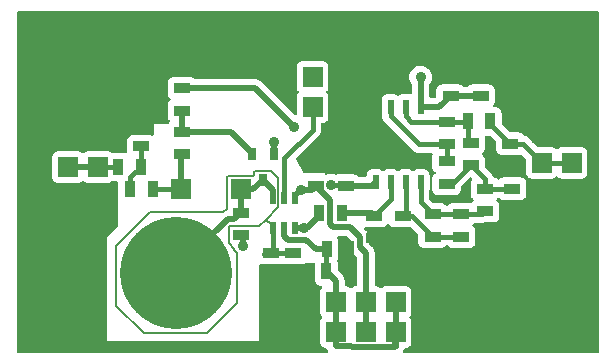
<source format=gbr>
%TF.GenerationSoftware,KiCad,Pcbnew,6.0.11+dfsg-1~bpo11+1*%
%TF.CreationDate,2023-05-28T09:09:13+00:00*%
%TF.ProjectId,PCRD01,50435244-3031-42e6-9b69-6361645f7063,01A*%
%TF.SameCoordinates,Original*%
%TF.FileFunction,Copper,L2,Bot*%
%TF.FilePolarity,Positive*%
%FSLAX46Y46*%
G04 Gerber Fmt 4.6, Leading zero omitted, Abs format (unit mm)*
G04 Created by KiCad (PCBNEW 6.0.11+dfsg-1~bpo11+1) date 2023-05-28 09:09:13*
%MOMM*%
%LPD*%
G01*
G04 APERTURE LIST*
%TA.AperFunction,ComponentPad*%
%ADD10R,1.651000X1.651000*%
%TD*%
%TA.AperFunction,ComponentPad*%
%ADD11C,6.000000*%
%TD*%
%TA.AperFunction,SMDPad,CuDef*%
%ADD12C,9.480265*%
%TD*%
%TA.AperFunction,SMDPad,CuDef*%
%ADD13R,1.397000X0.889000*%
%TD*%
%TA.AperFunction,SMDPad,CuDef*%
%ADD14R,0.889000X1.397000*%
%TD*%
%TA.AperFunction,SMDPad,CuDef*%
%ADD15R,0.508000X1.143000*%
%TD*%
%TA.AperFunction,SMDPad,CuDef*%
%ADD16R,0.500000X1.000760*%
%TD*%
%TA.AperFunction,SMDPad,CuDef*%
%ADD17R,0.501040X1.000760*%
%TD*%
%TA.AperFunction,SMDPad,CuDef*%
%ADD18R,0.800100X1.000760*%
%TD*%
%TA.AperFunction,ViaPad*%
%ADD19C,0.889000*%
%TD*%
%TA.AperFunction,Conductor*%
%ADD20C,0.500000*%
%TD*%
%TA.AperFunction,Conductor*%
%ADD21C,0.400000*%
%TD*%
%TA.AperFunction,Conductor*%
%ADD22C,0.200000*%
%TD*%
%TA.AperFunction,Conductor*%
%ADD23C,0.130000*%
%TD*%
G04 APERTURE END LIST*
D10*
%TO.P,J1,1,1*%
%TO.N,GND*%
X140458000Y-90709000D03*
%TO.P,J1,2,1*%
%TO.N,/+Ubias*%
X140458000Y-88169000D03*
%TO.P,J1,3,3*%
%TO.N,GND*%
X140458000Y-85629000D03*
%TO.P,J1,4*%
X137918000Y-85629000D03*
%TO.P,J1,5*%
%TO.N,/+Ubias*%
X137918000Y-88169000D03*
%TO.P,J1,6*%
%TO.N,GND*%
X137918000Y-90709000D03*
%TD*%
%TO.P,J2,1*%
%TO.N,GND*%
X158034800Y-102139000D03*
%TO.P,J2,2*%
%TO.N,V-*%
X160574800Y-102139000D03*
%TO.P,J2,3*%
%TO.N,V+*%
X163114800Y-102139000D03*
%TO.P,J2,4*%
%TO.N,V-*%
X165654800Y-102139000D03*
%TO.P,J2,5*%
%TO.N,GND*%
X168194800Y-102139000D03*
%TO.P,J2,6*%
X168194800Y-99599000D03*
%TO.P,J2,7*%
%TO.N,V-*%
X165654800Y-99599000D03*
%TO.P,J2,8*%
%TO.N,V+*%
X163114800Y-99599000D03*
%TO.P,J2,9*%
%TO.N,V-*%
X160574800Y-99599000D03*
%TO.P,J2,10*%
%TO.N,GND*%
X158034800Y-99599000D03*
%TD*%
%TO.P,J5,1,1*%
%TO.N,GND*%
X180564600Y-90353400D03*
%TO.P,J5,2,1*%
%TO.N,Net-(C14-Pad2)*%
X180564600Y-87813400D03*
%TO.P,J5,3,3*%
%TO.N,GND*%
X180564600Y-85273400D03*
%TO.P,J5,4*%
X178024600Y-85273400D03*
%TO.P,J5,5*%
%TO.N,Net-(C14-Pad2)*%
X178024600Y-87813400D03*
%TO.P,J5,6*%
%TO.N,GND*%
X178024600Y-90353400D03*
%TD*%
D11*
%TO.P,P4,1,P1*%
%TO.N,GND*%
X137918000Y-99599000D03*
%TD*%
D12*
%TO.P,C4,2*%
%TO.N,/A*%
X147087400Y-97147900D03*
%TD*%
D10*
%TO.P,J3,1,P1*%
%TO.N,/K*%
X147443000Y-90074000D03*
%TO.P,J3,2,PM*%
%TO.N,/A*%
X152523000Y-90074000D03*
%TD*%
D11*
%TO.P,P3,1,P1*%
%TO.N,GND*%
X137918000Y-79279000D03*
%TD*%
%TO.P,P1,1,P1*%
%TO.N,GND*%
X178558000Y-99599000D03*
%TD*%
%TO.P,P2,1,P1*%
%TO.N,GND*%
X178558000Y-79279000D03*
%TD*%
D10*
%TO.P,J4,1,P1*%
%TO.N,/#SHDN*%
X158619000Y-83089000D03*
%TO.P,J4,2,PM*%
%TO.N,V+*%
X158619000Y-80549000D03*
%TD*%
D13*
%TO.P,C1,1*%
%TO.N,Net-(C1-Pad1)*%
X147570000Y-85184500D03*
%TO.P,C1,2*%
%TO.N,/K*%
X147570000Y-87089500D03*
%TD*%
%TO.P,C2,1*%
%TO.N,Net-(C2-Pad1)*%
X156968000Y-95471500D03*
%TO.P,C2,2*%
%TO.N,GND*%
X156968000Y-97376500D03*
%TD*%
%TO.P,C3,1*%
%TO.N,V+*%
X158873000Y-89756500D03*
%TO.P,C3,2*%
%TO.N,GND*%
X158873000Y-87851500D03*
%TD*%
%TO.P,C5,1*%
%TO.N,V+*%
X172843000Y-82136500D03*
%TO.P,C5,2*%
%TO.N,GND*%
X172843000Y-80231500D03*
%TD*%
%TO.P,C6,1*%
%TO.N,V+*%
X170303000Y-82136500D03*
%TO.P,C6,2*%
%TO.N,GND*%
X170303000Y-80231500D03*
%TD*%
D14*
%TO.P,C10,1*%
%TO.N,V-*%
X159800100Y-97008200D03*
%TO.P,C10,2*%
%TO.N,GND*%
X161705100Y-97008200D03*
%TD*%
D13*
%TO.P,C12,1*%
%TO.N,GND*%
X175510000Y-91915500D03*
%TO.P,C12,2*%
%TO.N,Net-(C12-Pad2)*%
X175510000Y-90010500D03*
%TD*%
D14*
%TO.P,C14,1*%
%TO.N,Net-(C13-Pad2)*%
X171763500Y-84308200D03*
%TO.P,C14,2*%
%TO.N,Net-(C14-Pad2)*%
X173668500Y-84308200D03*
%TD*%
D13*
%TO.P,R1,1*%
%TO.N,Net-(C1-Pad1)*%
X147570000Y-83406500D03*
%TO.P,R1,2*%
%TO.N,V-*%
X147570000Y-81501500D03*
%TD*%
D14*
%TO.P,R2,1*%
%TO.N,Net-(C15-Pad1)*%
X144064800Y-88169000D03*
%TO.P,R2,2*%
%TO.N,/+Ubias*%
X142159800Y-88169000D03*
%TD*%
D13*
%TO.P,R5,1*%
%TO.N,GND*%
X163826000Y-94201500D03*
%TO.P,R5,2*%
%TO.N,Net-(C8-Pad1)*%
X163826000Y-92296500D03*
%TD*%
%TO.P,R6,1*%
%TO.N,Net-(C11-Pad1)*%
X171192000Y-94074500D03*
%TO.P,R6,2*%
%TO.N,Net-(C11-Pad2)*%
X171192000Y-92169500D03*
%TD*%
%TO.P,R7,1*%
%TO.N,GND*%
X166239000Y-94201500D03*
%TO.P,R7,2*%
%TO.N,Net-(C11-Pad1)*%
X166239000Y-92296500D03*
%TD*%
%TO.P,R8,1*%
%TO.N,Net-(C11-Pad2)*%
X173224000Y-91915500D03*
%TO.P,R8,2*%
%TO.N,Net-(C12-Pad2)*%
X173224000Y-90010500D03*
%TD*%
%TO.P,R9,1*%
%TO.N,Net-(C12-Pad2)*%
X169972800Y-89604100D03*
%TO.P,R9,2*%
%TO.N,Net-(C13-Pad1)*%
X169972800Y-87699100D03*
%TD*%
%TO.P,R11,1*%
%TO.N,Net-(C14-Pad2)*%
X175357600Y-86200500D03*
%TO.P,R11,2*%
%TO.N,GND*%
X175357600Y-88105500D03*
%TD*%
%TO.P,C11,1*%
%TO.N,Net-(C11-Pad1)*%
X168779000Y-94074500D03*
%TO.P,C11,2*%
%TO.N,Net-(C11-Pad2)*%
X168779000Y-92169500D03*
%TD*%
%TO.P,C9,1*%
%TO.N,V-*%
X161413000Y-89756500D03*
%TO.P,C9,2*%
%TO.N,GND*%
X161413000Y-87851500D03*
%TD*%
D14*
%TO.P,C8,1*%
%TO.N,Net-(C8-Pad1)*%
X161095500Y-92106000D03*
%TO.P,C8,2*%
%TO.N,Net-(C4-Pad1)*%
X159190500Y-92106000D03*
%TD*%
D13*
%TO.P,C13,1*%
%TO.N,Net-(C13-Pad1)*%
X169972800Y-86251300D03*
%TO.P,C13,2*%
%TO.N,Net-(C13-Pad2)*%
X169972800Y-84346300D03*
%TD*%
%TO.P,R10,1*%
%TO.N,Net-(C12-Pad2)*%
X172004800Y-88003900D03*
%TO.P,R10,2*%
%TO.N,Net-(C13-Pad2)*%
X172004800Y-86098900D03*
%TD*%
D14*
%TO.P,C7,1*%
%TO.N,V-*%
X159825500Y-95154000D03*
%TO.P,C7,2*%
%TO.N,GND*%
X161730500Y-95154000D03*
%TD*%
D15*
%TO.P,U2,1*%
%TO.N,Net-(C11-Pad2)*%
X167763000Y-89439000D03*
%TO.P,U2,2,-*%
%TO.N,Net-(C11-Pad1)*%
X166493000Y-89439000D03*
%TO.P,U2,3,+*%
%TO.N,Net-(C8-Pad1)*%
X165223000Y-89439000D03*
%TO.P,U2,4,V-*%
%TO.N,V-*%
X163953000Y-89439000D03*
%TO.P,U2,5,+*%
%TO.N,GND*%
X163953000Y-83089000D03*
%TO.P,U2,6,-*%
%TO.N,Net-(C13-Pad1)*%
X165223000Y-83089000D03*
%TO.P,U2,7*%
%TO.N,Net-(C13-Pad2)*%
X166493000Y-83089000D03*
%TO.P,U2,8,V+*%
%TO.N,V+*%
X167763000Y-83089000D03*
%TD*%
D16*
%TO.P,U1,1*%
%TO.N,Net-(C4-Pad1)*%
X157158500Y-93376000D03*
%TO.P,U1,2,V-*%
%TO.N,V-*%
X156206000Y-93376000D03*
%TO.P,U1,3,+*%
%TO.N,Net-(C2-Pad1)*%
X155253500Y-93376000D03*
D17*
%TO.P,U1,4,-*%
%TO.N,/A*%
X155253500Y-90836000D03*
D16*
%TO.P,U1,5,#SHDN*%
%TO.N,/#SHDN*%
X156206000Y-90836000D03*
%TO.P,U1,6,V+*%
%TO.N,V+*%
X157158500Y-90836000D03*
%TD*%
D13*
%TO.P,R3,1*%
%TO.N,GND*%
X155063000Y-97376500D03*
%TO.P,R3,2*%
%TO.N,Net-(C2-Pad1)*%
X155063000Y-95471500D03*
%TD*%
D18*
%TO.P,Q1,1,S*%
%TO.N,Net-(C1-Pad1)*%
X153475500Y-87069180D03*
%TO.P,Q1,2,D*%
%TO.N,V+*%
X155380500Y-87069180D03*
%TO.P,Q1,3,G*%
%TO.N,/A*%
X154428000Y-89268820D03*
%TD*%
D13*
%TO.P,R4,1*%
%TO.N,Net-(C4-Pad1)*%
X152523000Y-93947500D03*
%TO.P,R4,2*%
%TO.N,/A*%
X152523000Y-92042500D03*
%TD*%
D14*
%TO.P,R12,1*%
%TO.N,/K*%
X145093500Y-90074000D03*
%TO.P,R12,2*%
%TO.N,Net-(C15-Pad1)*%
X143188500Y-90074000D03*
%TD*%
D13*
%TO.P,C15,1*%
%TO.N,Net-(C15-Pad1)*%
X144115600Y-86416400D03*
%TO.P,C15,2*%
%TO.N,GND*%
X144115600Y-84511400D03*
%TD*%
D19*
%TO.N,GND*%
X162657600Y-83089000D03*
X154961400Y-77196200D03*
X170684000Y-77780400D03*
X165680200Y-77297800D03*
X162683000Y-85629000D03*
X159914400Y-86391000D03*
X161184400Y-96144600D03*
X135733600Y-83698600D03*
X135733600Y-94773000D03*
X166518400Y-87356200D03*
X171293600Y-95865200D03*
X139200000Y-94600000D03*
X174951200Y-94493600D03*
X165413500Y-96360500D03*
X160955800Y-77399400D03*
X150135400Y-76764400D03*
X142210600Y-81082400D03*
%TO.N,V+*%
X157608447Y-90079311D03*
X155367800Y-86060800D03*
X167763000Y-80549000D03*
%TO.N,Net-(C4-Pad1)*%
X157857000Y-93363300D03*
X152743361Y-94836500D03*
%TO.N,V-*%
X159838200Y-95166700D03*
X160216002Y-89693000D03*
X157028960Y-84750160D03*
%TD*%
D20*
%TO.N,Net-(C1-Pad1)*%
X151691150Y-85184500D02*
X153475500Y-86968850D01*
D21*
X147590320Y-85164180D02*
X147570000Y-85184500D01*
D20*
X153475500Y-86968850D02*
X153475500Y-87069180D01*
X147570000Y-85184500D02*
X147570000Y-83406500D01*
X147570000Y-85184500D02*
X151691150Y-85184500D01*
D21*
%TO.N,Net-(C2-Pad1)*%
X155313190Y-95598500D02*
X154580400Y-95598500D01*
D22*
X149665500Y-102266000D02*
X152214249Y-99717251D01*
X151380000Y-91709169D02*
X151070302Y-92018867D01*
X151524499Y-94632001D02*
X151524499Y-93262999D01*
D21*
X155253500Y-93376000D02*
X155253500Y-95538810D01*
D22*
X144852691Y-92018867D02*
X142018001Y-94853557D01*
X155698000Y-89098388D02*
X155068051Y-88468439D01*
X153648501Y-88607887D02*
X153648501Y-88888499D01*
X151524499Y-93262999D02*
X151584499Y-93202999D01*
X155068051Y-88468439D02*
X153787949Y-88468439D01*
X154679460Y-92616540D02*
X154684540Y-92616540D01*
D23*
X155698000Y-91598000D02*
X155698000Y-89693000D01*
D22*
X151998860Y-95106362D02*
X151524499Y-94632001D01*
X153787949Y-88468439D02*
X153648501Y-88607887D01*
X152214249Y-99717251D02*
X152214249Y-95409250D01*
X142018001Y-99952501D02*
X144331500Y-102266000D01*
X144331500Y-102266000D02*
X149665500Y-102266000D01*
D21*
X154580400Y-95598500D02*
X154529600Y-95547700D01*
D22*
X142018001Y-94853557D02*
X142018001Y-99952501D01*
X154684540Y-92616540D02*
X155164600Y-93096600D01*
D21*
X156968000Y-95471500D02*
X155063000Y-95471500D01*
D22*
X153588501Y-88948499D02*
X151457499Y-88948499D01*
X151584499Y-93202999D02*
X154093001Y-93202999D01*
X151380000Y-89025998D02*
X151380000Y-91709169D01*
X155698000Y-91598000D02*
X154679460Y-92616540D01*
X155253500Y-93185500D02*
X154936000Y-92868000D01*
X154093001Y-93202999D02*
X154679460Y-92616540D01*
X155253500Y-93376000D02*
X155253500Y-93185500D01*
X151070302Y-92018867D02*
X144852691Y-92018867D01*
X151457499Y-88948499D02*
X151380000Y-89025998D01*
X155698000Y-89693000D02*
X155698000Y-89098388D01*
X151998860Y-95193861D02*
X151998860Y-95106362D01*
X153648501Y-88888499D02*
X153588501Y-88948499D01*
X152214249Y-95409250D02*
X151998860Y-95193861D01*
D21*
%TO.N,GND*%
X161730500Y-95154000D02*
X161730500Y-95598500D01*
X163826000Y-94201500D02*
X164080000Y-94201500D01*
X165578600Y-77399400D02*
X165680200Y-77297800D01*
X162657600Y-85654400D02*
X162683000Y-85629000D01*
X170684000Y-77780400D02*
X170684000Y-78072500D01*
D20*
%TO.N,V+*%
X167763000Y-80549000D02*
X167763000Y-83089000D01*
X163114800Y-95474040D02*
X162625001Y-94984241D01*
X172843000Y-82136500D02*
X170303000Y-82136500D01*
X167763000Y-83089000D02*
X169350500Y-83089000D01*
X163114800Y-99599000D02*
X163114800Y-95474040D01*
X160085001Y-93023361D02*
X160085001Y-90968501D01*
D21*
X157158500Y-90836000D02*
X157158500Y-90772500D01*
D20*
X157158500Y-90529258D02*
X157608447Y-90079311D01*
X155380500Y-87069180D02*
X155380500Y-86068800D01*
X157158500Y-90836000D02*
X157158500Y-90529258D01*
X160316141Y-93254501D02*
X160085001Y-93023361D01*
X169350500Y-83089000D02*
X170303000Y-82136500D01*
X158550189Y-90079311D02*
X158873000Y-89756500D01*
X157608447Y-90079311D02*
X158550189Y-90079311D01*
X162625001Y-94095499D02*
X161784003Y-93254501D01*
X155372500Y-86060800D02*
X155367800Y-86060800D01*
X155380500Y-86068800D02*
X155372500Y-86060800D01*
X162625001Y-94984241D02*
X162625001Y-94095499D01*
X163114800Y-102139000D02*
X163114800Y-99599000D01*
X161784003Y-93254501D02*
X160316141Y-93254501D01*
X160085001Y-90968501D02*
X158873000Y-89756500D01*
%TO.N,Net-(C4-Pad1)*%
X159190500Y-92360000D02*
X158187200Y-93363300D01*
X157228383Y-93363300D02*
X157857000Y-93363300D01*
X158187200Y-93363300D02*
X157857000Y-93363300D01*
X152523000Y-94011000D02*
X152523000Y-94007009D01*
X152542487Y-94007009D02*
X152523000Y-94007009D01*
X157158500Y-93376000D02*
X157171200Y-93363300D01*
X152743361Y-94836500D02*
X152743361Y-94207883D01*
X152743361Y-94207883D02*
X152542487Y-94007009D01*
X157171200Y-93363300D02*
X157228383Y-93363300D01*
X159190500Y-92106000D02*
X159190500Y-92360000D01*
%TO.N,V-*%
X156548499Y-94326381D02*
X158053381Y-94326381D01*
X160574800Y-102139000D02*
X160574800Y-103364500D01*
X165604799Y-103414501D02*
X165604799Y-102189001D01*
X161929299Y-103414501D02*
X165604799Y-103414501D01*
X160574800Y-103364500D02*
X160574801Y-103364501D01*
D21*
X165654800Y-103364500D02*
X165654800Y-102139000D01*
X160216002Y-89693000D02*
X161349500Y-89693000D01*
D20*
X165604799Y-103414501D02*
X165654800Y-103364500D01*
D21*
X159800100Y-95179400D02*
X159825500Y-95154000D01*
D20*
X153780300Y-81501500D02*
X157028960Y-84750160D01*
X147570000Y-81501500D02*
X153780300Y-81501500D01*
D21*
X159800100Y-97008200D02*
X159800100Y-95179400D01*
D20*
X161413000Y-89756500D02*
X161044700Y-89756500D01*
X163635500Y-89756500D02*
X163953000Y-89439000D01*
X158053381Y-94326381D02*
X158881000Y-95154000D01*
X160574800Y-99599000D02*
X160574800Y-102139000D01*
X156206000Y-93983882D02*
X156548499Y-94326381D01*
X160574800Y-103364500D02*
X161879298Y-103364500D01*
X165654800Y-102139000D02*
X165654800Y-99599000D01*
X165604799Y-102189001D02*
X165654800Y-102139000D01*
X161413000Y-89756500D02*
X163635500Y-89756500D01*
X159825500Y-95154000D02*
X158881000Y-95154000D01*
X156206000Y-93376000D02*
X156206000Y-93983882D01*
X160574800Y-99599000D02*
X160574800Y-97782900D01*
X161879298Y-103364500D02*
X161929299Y-103414501D01*
X161413000Y-89756500D02*
X161044065Y-89756500D01*
D21*
X161349500Y-89693000D02*
X161413000Y-89756500D01*
D20*
X147633500Y-81565000D02*
X147570000Y-81501500D01*
D21*
X159825500Y-95154000D02*
X159838200Y-95166700D01*
D20*
X160574800Y-97782900D02*
X159800100Y-97008200D01*
D21*
X160574801Y-103364501D02*
X165654800Y-103364500D01*
%TO.N,Net-(C8-Pad1)*%
X163826000Y-92296500D02*
X165223000Y-90899500D01*
D20*
X161095500Y-92106000D02*
X163635500Y-92106000D01*
D21*
X165223000Y-90899500D02*
X165223000Y-89218000D01*
D20*
X163635500Y-92106000D02*
X163826000Y-92296500D01*
D21*
%TO.N,Net-(C11-Pad1)*%
X167001000Y-92296500D02*
X168779000Y-94074500D01*
X166493000Y-89218000D02*
X166493000Y-92042500D01*
X166493000Y-92042500D02*
X166239000Y-92296500D01*
X166239000Y-92296500D02*
X167001000Y-92296500D01*
X168779000Y-94074500D02*
X171192000Y-94074500D01*
%TO.N,Net-(C11-Pad2)*%
X172970000Y-92169500D02*
X173224000Y-91915500D01*
X171192000Y-92169500D02*
X172970000Y-92169500D01*
X167763000Y-91153500D02*
X168779000Y-92169500D01*
X167763000Y-89218000D02*
X167763000Y-91153500D01*
X168779000Y-92169500D02*
X171192000Y-92169500D01*
%TO.N,Net-(C12-Pad2)*%
X175510000Y-90010500D02*
X173224000Y-90010500D01*
X173224000Y-90010500D02*
X173224000Y-89223100D01*
X172970000Y-89756500D02*
X173224000Y-90010500D01*
X173224000Y-89223100D02*
X172004800Y-88003900D01*
X170404600Y-89604100D02*
X172004800Y-88003900D01*
X169972800Y-89604100D02*
X170404600Y-89604100D01*
%TO.N,Net-(C13-Pad1)*%
X169972800Y-87699100D02*
X169972800Y-86251300D01*
X167601300Y-86251300D02*
X165223000Y-83873000D01*
X165223000Y-83873000D02*
X165223000Y-83089000D01*
X169972800Y-86251300D02*
X167601300Y-86251300D01*
%TO.N,Net-(C13-Pad2)*%
X166493000Y-83843000D02*
X166996300Y-84346300D01*
X171763500Y-85857600D02*
X172004800Y-86098900D01*
X169972800Y-84346300D02*
X171725400Y-84346300D01*
X166493000Y-83089000D02*
X166493000Y-83843000D01*
X171725400Y-84346300D02*
X171763500Y-84308200D01*
X171763500Y-84308200D02*
X171763500Y-85857600D01*
X166996300Y-84346300D02*
X169972800Y-84346300D01*
%TO.N,Net-(C14-Pad2)*%
X178024600Y-87813400D02*
X180564600Y-87813400D01*
X173668500Y-84308200D02*
X173668500Y-84511400D01*
X175357600Y-86200500D02*
X176411700Y-86200500D01*
X176411700Y-86200500D02*
X178024600Y-87813400D01*
X173668500Y-84511400D02*
X175357600Y-86200500D01*
%TO.N,/#SHDN*%
X156206000Y-90836000D02*
X156206000Y-87427502D01*
X156206000Y-87427502D02*
X158619000Y-85014502D01*
X158619000Y-84314500D02*
X158619000Y-83089000D01*
X158619000Y-85014502D02*
X158619000Y-84314500D01*
%TO.N,/+Ubias*%
X142159800Y-88169000D02*
X140458000Y-88169000D01*
D20*
X137918000Y-88169000D02*
X140458000Y-88169000D01*
%TO.N,/K*%
X147443000Y-87216500D02*
X147570000Y-87089500D01*
X147443000Y-90074000D02*
X147443000Y-88114510D01*
D21*
X145093500Y-90074000D02*
X147443000Y-90074000D01*
D20*
X147443000Y-88114510D02*
X147443000Y-87216500D01*
%TO.N,/A*%
X155253500Y-90094320D02*
X154428000Y-89268820D01*
X155253500Y-90836000D02*
X155253500Y-90094320D01*
X153622820Y-90074000D02*
X152523000Y-90074000D01*
X151996623Y-92568877D02*
X151440790Y-92568877D01*
X152523000Y-92042500D02*
X152523000Y-90074000D01*
X154428000Y-89268820D02*
X153622820Y-90074000D01*
X151440790Y-92568877D02*
X147265200Y-96744467D01*
X152523000Y-92042500D02*
X151996623Y-92568877D01*
D21*
%TO.N,Net-(C15-Pad1)*%
X143188500Y-89045300D02*
X144064800Y-88169000D01*
X143188500Y-90074000D02*
X143188500Y-89045300D01*
X144115600Y-88118200D02*
X144064800Y-88169000D01*
X144115600Y-86416400D02*
X144115600Y-88118200D01*
%TD*%
%TA.AperFunction,Conductor*%
%TO.N,GND*%
G36*
X182832691Y-74982407D02*
G01*
X182868655Y-75031907D01*
X182873500Y-75062500D01*
X182873500Y-103815500D01*
X182854593Y-103873691D01*
X182805093Y-103909655D01*
X182774500Y-103914500D01*
X166389405Y-103914500D01*
X166331214Y-103895593D01*
X166295250Y-103846093D01*
X166295250Y-103784907D01*
X166303504Y-103767086D01*
X166304534Y-103765784D01*
X166320368Y-103731906D01*
X166376987Y-103610760D01*
X166379422Y-103605550D01*
X166380592Y-103599923D01*
X166380595Y-103599915D01*
X166390595Y-103551839D01*
X166420956Y-103498718D01*
X166476743Y-103473588D01*
X166487520Y-103473000D01*
X166528434Y-103473000D01*
X166548463Y-103470824D01*
X166584442Y-103466916D01*
X166584444Y-103466915D01*
X166590616Y-103466245D01*
X166727005Y-103415115D01*
X166843561Y-103327761D01*
X166930915Y-103211205D01*
X166982045Y-103074816D01*
X166988800Y-103012634D01*
X166988800Y-101265366D01*
X166982045Y-101203184D01*
X166930915Y-101066795D01*
X166843561Y-100950239D01*
X166837917Y-100946009D01*
X166832930Y-100941022D01*
X166834615Y-100939337D01*
X166805645Y-100898199D01*
X166806548Y-100837020D01*
X166834500Y-100798548D01*
X166832930Y-100796978D01*
X166837917Y-100791991D01*
X166843561Y-100787761D01*
X166930915Y-100671205D01*
X166982045Y-100534816D01*
X166988800Y-100472634D01*
X166988800Y-98725366D01*
X166982045Y-98663184D01*
X166930915Y-98526795D01*
X166843561Y-98410239D01*
X166727005Y-98322885D01*
X166590616Y-98271755D01*
X166584444Y-98271085D01*
X166584442Y-98271084D01*
X166548463Y-98267176D01*
X166528434Y-98265000D01*
X164781166Y-98265000D01*
X164761137Y-98267176D01*
X164725158Y-98271084D01*
X164725156Y-98271085D01*
X164718984Y-98271755D01*
X164582595Y-98322885D01*
X164466039Y-98410239D01*
X164461809Y-98415883D01*
X164456822Y-98420870D01*
X164455137Y-98419185D01*
X164413999Y-98448155D01*
X164352820Y-98447252D01*
X164314348Y-98419300D01*
X164312778Y-98420870D01*
X164307791Y-98415883D01*
X164303561Y-98410239D01*
X164187005Y-98322885D01*
X164050616Y-98271755D01*
X164044444Y-98271085D01*
X164044442Y-98271084D01*
X164008463Y-98267176D01*
X163988434Y-98265000D01*
X163972300Y-98265000D01*
X163914109Y-98246093D01*
X163878145Y-98196593D01*
X163873300Y-98166000D01*
X163873300Y-95539061D01*
X163874426Y-95524172D01*
X163877133Y-95506380D01*
X163877133Y-95506376D01*
X163877998Y-95500691D01*
X163873626Y-95446936D01*
X163873300Y-95438911D01*
X163873300Y-95429747D01*
X163871461Y-95413965D01*
X163869955Y-95401050D01*
X163869615Y-95397614D01*
X163864127Y-95330139D01*
X163864126Y-95330135D01*
X163863660Y-95324403D01*
X163861887Y-95318930D01*
X163860760Y-95313291D01*
X163860870Y-95313269D01*
X163860080Y-95309644D01*
X163859971Y-95309670D01*
X163858648Y-95304074D01*
X163857982Y-95298359D01*
X163832915Y-95229300D01*
X163831793Y-95226032D01*
X163810923Y-95161611D01*
X163809151Y-95156141D01*
X163806168Y-95151226D01*
X163803773Y-95145994D01*
X163803874Y-95145948D01*
X163802272Y-95142602D01*
X163802170Y-95142653D01*
X163799598Y-95137517D01*
X163797633Y-95132103D01*
X163757367Y-95070687D01*
X163755523Y-95067765D01*
X163719685Y-95008705D01*
X163719682Y-95008701D01*
X163717395Y-95004932D01*
X163709997Y-94996556D01*
X163710133Y-94996436D01*
X163707654Y-94993278D01*
X163707498Y-94993409D01*
X163703808Y-94988996D01*
X163700656Y-94984188D01*
X163644189Y-94930696D01*
X163642270Y-94928829D01*
X163412497Y-94699056D01*
X163384720Y-94644539D01*
X163383501Y-94629052D01*
X163383501Y-94160526D01*
X163384627Y-94145637D01*
X163387335Y-94127839D01*
X163387335Y-94127835D01*
X163388200Y-94122150D01*
X163383827Y-94068387D01*
X163383501Y-94060361D01*
X163383501Y-94051206D01*
X163383169Y-94048355D01*
X163380157Y-94022518D01*
X163379817Y-94019082D01*
X163374327Y-93951594D01*
X163373861Y-93945863D01*
X163372088Y-93940392D01*
X163370961Y-93934750D01*
X163371070Y-93934728D01*
X163370280Y-93931104D01*
X163370172Y-93931129D01*
X163368849Y-93925532D01*
X163368183Y-93919818D01*
X163359171Y-93894991D01*
X163343115Y-93850755D01*
X163341993Y-93847488D01*
X163321124Y-93783070D01*
X163319352Y-93777600D01*
X163316369Y-93772685D01*
X163313974Y-93767453D01*
X163314075Y-93767407D01*
X163312473Y-93764061D01*
X163312371Y-93764112D01*
X163309799Y-93758977D01*
X163307834Y-93753562D01*
X163267552Y-93692122D01*
X163265711Y-93689204D01*
X163229885Y-93630164D01*
X163229884Y-93630163D01*
X163227596Y-93626392D01*
X163220198Y-93618015D01*
X163220346Y-93617884D01*
X163217865Y-93614729D01*
X163217699Y-93614868D01*
X163214009Y-93610455D01*
X163210857Y-93605647D01*
X163154390Y-93552155D01*
X163152471Y-93550288D01*
X163020687Y-93418504D01*
X162992910Y-93363987D01*
X163002481Y-93303555D01*
X163045746Y-93260290D01*
X163090691Y-93249500D01*
X164572634Y-93249500D01*
X164592663Y-93247324D01*
X164628642Y-93243416D01*
X164628644Y-93243415D01*
X164634816Y-93242745D01*
X164673600Y-93228206D01*
X164764606Y-93194089D01*
X164764607Y-93194089D01*
X164771205Y-93191615D01*
X164887761Y-93104261D01*
X164891991Y-93098617D01*
X164891995Y-93098613D01*
X164953280Y-93016841D01*
X165003308Y-92981616D01*
X165064486Y-92982524D01*
X165111720Y-93016841D01*
X165173005Y-93098613D01*
X165173009Y-93098617D01*
X165177239Y-93104261D01*
X165293795Y-93191615D01*
X165300393Y-93194089D01*
X165300394Y-93194089D01*
X165391400Y-93228206D01*
X165430184Y-93242745D01*
X165436356Y-93243415D01*
X165436358Y-93243416D01*
X165472337Y-93247324D01*
X165492366Y-93249500D01*
X166911022Y-93249500D01*
X166969213Y-93268407D01*
X166981026Y-93278496D01*
X167543004Y-93840474D01*
X167570781Y-93894991D01*
X167572000Y-93910478D01*
X167572000Y-94567134D01*
X167578755Y-94629316D01*
X167629885Y-94765705D01*
X167717239Y-94882261D01*
X167833795Y-94969615D01*
X167970184Y-95020745D01*
X167976356Y-95021415D01*
X167976358Y-95021416D01*
X168012337Y-95025324D01*
X168032366Y-95027500D01*
X169525634Y-95027500D01*
X169545663Y-95025324D01*
X169581642Y-95021416D01*
X169581644Y-95021415D01*
X169587816Y-95020745D01*
X169724205Y-94969615D01*
X169840761Y-94882261D01*
X169844991Y-94876617D01*
X169844994Y-94876614D01*
X169885454Y-94822628D01*
X169935482Y-94787402D01*
X169964675Y-94783000D01*
X170006325Y-94783000D01*
X170064516Y-94801907D01*
X170085546Y-94822628D01*
X170126006Y-94876614D01*
X170126009Y-94876617D01*
X170130239Y-94882261D01*
X170246795Y-94969615D01*
X170383184Y-95020745D01*
X170389356Y-95021415D01*
X170389358Y-95021416D01*
X170425337Y-95025324D01*
X170445366Y-95027500D01*
X171938634Y-95027500D01*
X171958663Y-95025324D01*
X171994642Y-95021416D01*
X171994644Y-95021415D01*
X172000816Y-95020745D01*
X172137205Y-94969615D01*
X172253761Y-94882261D01*
X172341115Y-94765705D01*
X172392245Y-94629316D01*
X172399000Y-94567134D01*
X172399000Y-93581866D01*
X172392245Y-93519684D01*
X172341115Y-93383295D01*
X172253761Y-93266739D01*
X172248117Y-93262509D01*
X172248113Y-93262505D01*
X172166341Y-93201220D01*
X172131116Y-93151192D01*
X172132024Y-93090014D01*
X172166341Y-93042780D01*
X172248113Y-92981495D01*
X172248117Y-92981491D01*
X172253761Y-92977261D01*
X172257991Y-92971617D01*
X172257994Y-92971614D01*
X172298454Y-92917628D01*
X172348482Y-92882402D01*
X172377675Y-92878000D01*
X172942001Y-92878000D01*
X172948734Y-92878229D01*
X173007352Y-92882225D01*
X173035870Y-92877248D01*
X173070990Y-92871119D01*
X173076112Y-92870362D01*
X173085582Y-92869217D01*
X173097471Y-92868500D01*
X173970634Y-92868500D01*
X173990663Y-92866324D01*
X174026642Y-92862416D01*
X174026644Y-92862415D01*
X174032816Y-92861745D01*
X174169205Y-92810615D01*
X174285761Y-92723261D01*
X174373115Y-92606705D01*
X174424245Y-92470316D01*
X174431000Y-92408134D01*
X174431000Y-91422866D01*
X174424245Y-91360684D01*
X174391893Y-91274385D01*
X174375589Y-91230894D01*
X174375589Y-91230893D01*
X174373115Y-91224295D01*
X174285761Y-91107739D01*
X174280117Y-91103509D01*
X174280113Y-91103505D01*
X174198341Y-91042220D01*
X174163116Y-90992192D01*
X174164024Y-90931014D01*
X174198341Y-90883780D01*
X174280113Y-90822495D01*
X174280117Y-90822491D01*
X174285761Y-90818261D01*
X174289991Y-90812617D01*
X174294978Y-90807630D01*
X174296663Y-90809315D01*
X174337801Y-90780345D01*
X174398980Y-90781248D01*
X174437452Y-90809200D01*
X174439022Y-90807630D01*
X174444009Y-90812617D01*
X174448239Y-90818261D01*
X174564795Y-90905615D01*
X174701184Y-90956745D01*
X174707356Y-90957415D01*
X174707358Y-90957416D01*
X174741374Y-90961111D01*
X174763366Y-90963500D01*
X176256634Y-90963500D01*
X176278626Y-90961111D01*
X176312642Y-90957416D01*
X176312644Y-90957415D01*
X176318816Y-90956745D01*
X176455205Y-90905615D01*
X176571761Y-90818261D01*
X176659115Y-90701705D01*
X176674431Y-90660851D01*
X176708065Y-90571131D01*
X176710245Y-90565316D01*
X176711407Y-90554625D01*
X176716711Y-90505793D01*
X176717000Y-90503134D01*
X176717000Y-89517866D01*
X176714414Y-89494065D01*
X176710916Y-89461858D01*
X176710915Y-89461856D01*
X176710245Y-89455684D01*
X176678781Y-89371755D01*
X176661589Y-89325894D01*
X176661589Y-89325893D01*
X176659115Y-89319295D01*
X176571761Y-89202739D01*
X176455205Y-89115385D01*
X176437659Y-89108807D01*
X176324631Y-89066435D01*
X176318816Y-89064255D01*
X176312644Y-89063585D01*
X176312642Y-89063584D01*
X176265756Y-89058491D01*
X176256634Y-89057500D01*
X174763366Y-89057500D01*
X174754244Y-89058491D01*
X174707358Y-89063584D01*
X174707356Y-89063585D01*
X174701184Y-89064255D01*
X174695369Y-89066435D01*
X174582342Y-89108807D01*
X174564795Y-89115385D01*
X174448239Y-89202739D01*
X174444009Y-89208383D01*
X174439022Y-89213370D01*
X174437337Y-89211685D01*
X174396199Y-89240655D01*
X174335020Y-89239752D01*
X174296548Y-89211800D01*
X174294978Y-89213370D01*
X174289991Y-89208383D01*
X174285761Y-89202739D01*
X174169205Y-89115385D01*
X174151659Y-89108807D01*
X174038631Y-89066435D01*
X174032816Y-89064255D01*
X174026644Y-89063585D01*
X174026642Y-89063584D01*
X173979759Y-89058491D01*
X173923950Y-89033409D01*
X173899801Y-88999863D01*
X173893765Y-88986113D01*
X173881277Y-88957664D01*
X173879319Y-88952868D01*
X173858597Y-88898028D01*
X173856487Y-88892444D01*
X173851156Y-88884687D01*
X173842098Y-88868413D01*
X173840868Y-88865611D01*
X173838315Y-88859795D01*
X173798991Y-88808548D01*
X173795943Y-88804353D01*
X173762736Y-88756036D01*
X173759357Y-88751119D01*
X173712261Y-88709158D01*
X173708115Y-88705245D01*
X173240796Y-88237926D01*
X173213019Y-88183409D01*
X173211800Y-88167922D01*
X173211800Y-87511266D01*
X173205045Y-87449084D01*
X173171718Y-87360184D01*
X173156389Y-87319294D01*
X173156389Y-87319293D01*
X173153915Y-87312695D01*
X173066561Y-87196139D01*
X173060917Y-87191909D01*
X173060913Y-87191905D01*
X172979141Y-87130620D01*
X172943916Y-87080592D01*
X172944824Y-87019414D01*
X172979141Y-86972180D01*
X173060913Y-86910895D01*
X173060917Y-86910891D01*
X173066561Y-86906661D01*
X173153915Y-86790105D01*
X173158758Y-86777188D01*
X173202865Y-86659531D01*
X173205045Y-86653716D01*
X173207220Y-86633700D01*
X173211511Y-86594193D01*
X173211800Y-86591534D01*
X173211800Y-85614200D01*
X173230707Y-85556009D01*
X173280207Y-85520045D01*
X173310800Y-85515200D01*
X173629323Y-85515200D01*
X173687514Y-85534107D01*
X173699327Y-85544197D01*
X174121604Y-85966475D01*
X174149381Y-86020991D01*
X174150600Y-86036478D01*
X174150600Y-86693134D01*
X174150889Y-86695793D01*
X174155209Y-86735557D01*
X174157355Y-86755316D01*
X174159535Y-86761131D01*
X174202178Y-86874880D01*
X174208485Y-86891705D01*
X174295839Y-87008261D01*
X174412395Y-87095615D01*
X174418993Y-87098089D01*
X174418994Y-87098089D01*
X174444378Y-87107605D01*
X174548784Y-87146745D01*
X174554956Y-87147415D01*
X174554958Y-87147416D01*
X174582963Y-87150458D01*
X174610966Y-87153500D01*
X176104234Y-87153500D01*
X176132237Y-87150458D01*
X176160242Y-87147416D01*
X176160244Y-87147415D01*
X176166416Y-87146745D01*
X176172981Y-87144284D01*
X176244605Y-87117434D01*
X176305729Y-87114712D01*
X176349360Y-87140130D01*
X176661604Y-87452374D01*
X176689381Y-87506891D01*
X176690600Y-87522378D01*
X176690600Y-88687034D01*
X176690889Y-88689693D01*
X176695357Y-88730820D01*
X176697355Y-88749216D01*
X176699535Y-88755031D01*
X176744043Y-88873755D01*
X176748485Y-88885605D01*
X176835839Y-89002161D01*
X176952395Y-89089515D01*
X177088784Y-89140645D01*
X177094956Y-89141315D01*
X177094958Y-89141316D01*
X177130937Y-89145224D01*
X177150966Y-89147400D01*
X178898234Y-89147400D01*
X178918263Y-89145224D01*
X178954242Y-89141316D01*
X178954244Y-89141315D01*
X178960416Y-89140645D01*
X179096805Y-89089515D01*
X179213361Y-89002161D01*
X179217591Y-88996517D01*
X179222578Y-88991530D01*
X179224263Y-88993215D01*
X179265401Y-88964245D01*
X179326580Y-88965148D01*
X179365052Y-88993100D01*
X179366622Y-88991530D01*
X179371609Y-88996517D01*
X179375839Y-89002161D01*
X179492395Y-89089515D01*
X179628784Y-89140645D01*
X179634956Y-89141315D01*
X179634958Y-89141316D01*
X179670937Y-89145224D01*
X179690966Y-89147400D01*
X181438234Y-89147400D01*
X181458263Y-89145224D01*
X181494242Y-89141316D01*
X181494244Y-89141315D01*
X181500416Y-89140645D01*
X181636805Y-89089515D01*
X181753361Y-89002161D01*
X181840715Y-88885605D01*
X181845158Y-88873755D01*
X181889665Y-88755031D01*
X181891845Y-88749216D01*
X181893844Y-88730820D01*
X181898311Y-88689693D01*
X181898600Y-88687034D01*
X181898600Y-86939766D01*
X181895464Y-86910895D01*
X181892516Y-86883758D01*
X181892515Y-86883756D01*
X181891845Y-86877584D01*
X181875881Y-86835000D01*
X181843189Y-86747794D01*
X181843189Y-86747793D01*
X181840715Y-86741195D01*
X181753361Y-86624639D01*
X181636805Y-86537285D01*
X181500416Y-86486155D01*
X181494244Y-86485485D01*
X181494242Y-86485484D01*
X181458263Y-86481576D01*
X181438234Y-86479400D01*
X179690966Y-86479400D01*
X179670937Y-86481576D01*
X179634958Y-86485484D01*
X179634956Y-86485485D01*
X179628784Y-86486155D01*
X179492395Y-86537285D01*
X179375839Y-86624639D01*
X179371609Y-86630283D01*
X179366622Y-86635270D01*
X179364937Y-86633585D01*
X179323799Y-86662555D01*
X179262620Y-86661652D01*
X179224148Y-86633700D01*
X179222578Y-86635270D01*
X179217591Y-86630283D01*
X179213361Y-86624639D01*
X179096805Y-86537285D01*
X178960416Y-86486155D01*
X178954244Y-86485485D01*
X178954242Y-86485484D01*
X178918263Y-86481576D01*
X178898234Y-86479400D01*
X177733578Y-86479400D01*
X177675387Y-86460493D01*
X177663574Y-86450404D01*
X176932483Y-85719313D01*
X176927884Y-85714389D01*
X176893182Y-85674610D01*
X176889261Y-85670115D01*
X176884383Y-85666687D01*
X176884379Y-85666683D01*
X176836404Y-85632966D01*
X176832242Y-85629875D01*
X176786113Y-85593705D01*
X176786111Y-85593704D01*
X176781418Y-85590024D01*
X176774736Y-85587007D01*
X176772845Y-85586153D01*
X176756658Y-85576920D01*
X176753846Y-85574943D01*
X176753843Y-85574942D01*
X176748961Y-85571510D01*
X176688747Y-85548034D01*
X176684007Y-85546041D01*
X176676830Y-85542800D01*
X176662881Y-85536502D01*
X176630567Y-85521911D01*
X176630565Y-85521910D01*
X176625127Y-85519455D01*
X176619262Y-85518368D01*
X176619256Y-85518366D01*
X176615876Y-85517740D01*
X176597962Y-85512637D01*
X176589191Y-85509218D01*
X176565156Y-85506054D01*
X176538931Y-85502601D01*
X176483707Y-85476260D01*
X176472633Y-85463820D01*
X176472318Y-85463400D01*
X176419361Y-85392739D01*
X176400739Y-85378782D01*
X176336697Y-85330786D01*
X176302805Y-85305385D01*
X176268555Y-85292545D01*
X176172231Y-85256435D01*
X176166416Y-85254255D01*
X176160244Y-85253585D01*
X176160242Y-85253584D01*
X176124263Y-85249676D01*
X176104234Y-85247500D01*
X175447578Y-85247500D01*
X175389387Y-85228593D01*
X175377574Y-85218504D01*
X174650496Y-84491426D01*
X174622719Y-84436909D01*
X174621500Y-84421422D01*
X174621500Y-83561566D01*
X174614745Y-83499384D01*
X174563615Y-83362995D01*
X174476261Y-83246439D01*
X174359705Y-83159085D01*
X174223316Y-83107955D01*
X174217144Y-83107285D01*
X174217142Y-83107284D01*
X174181163Y-83103376D01*
X174161134Y-83101200D01*
X173985057Y-83101200D01*
X173926866Y-83082293D01*
X173890902Y-83032793D01*
X173890902Y-82971607D01*
X173905836Y-82942828D01*
X173987887Y-82833347D01*
X173987888Y-82833345D01*
X173992115Y-82827705D01*
X174043245Y-82691316D01*
X174050000Y-82629134D01*
X174050000Y-81643866D01*
X174043245Y-81581684D01*
X173992115Y-81445295D01*
X173904761Y-81328739D01*
X173788205Y-81241385D01*
X173651816Y-81190255D01*
X173645644Y-81189585D01*
X173645642Y-81189584D01*
X173609663Y-81185676D01*
X173589634Y-81183500D01*
X172096366Y-81183500D01*
X172076337Y-81185676D01*
X172040358Y-81189584D01*
X172040356Y-81189585D01*
X172034184Y-81190255D01*
X171897795Y-81241385D01*
X171781239Y-81328739D01*
X171777010Y-81334382D01*
X171774017Y-81338375D01*
X171723988Y-81373599D01*
X171694798Y-81378000D01*
X171451202Y-81378000D01*
X171393011Y-81359093D01*
X171371983Y-81338375D01*
X171368990Y-81334382D01*
X171364761Y-81328739D01*
X171248205Y-81241385D01*
X171111816Y-81190255D01*
X171105644Y-81189585D01*
X171105642Y-81189584D01*
X171069663Y-81185676D01*
X171049634Y-81183500D01*
X169556366Y-81183500D01*
X169536337Y-81185676D01*
X169500358Y-81189584D01*
X169500356Y-81189585D01*
X169494184Y-81190255D01*
X169357795Y-81241385D01*
X169241239Y-81328739D01*
X169153885Y-81445295D01*
X169102755Y-81581684D01*
X169096000Y-81643866D01*
X169096000Y-82229811D01*
X169077093Y-82288002D01*
X169067004Y-82299815D01*
X169065315Y-82301504D01*
X169010798Y-82329281D01*
X168995311Y-82330500D01*
X168620500Y-82330500D01*
X168562309Y-82311593D01*
X168526345Y-82262093D01*
X168521500Y-82231500D01*
X168521500Y-81165615D01*
X168539602Y-81108549D01*
X168542343Y-81104664D01*
X168545507Y-81100998D01*
X168566846Y-81063434D01*
X168635432Y-80942701D01*
X168635433Y-80942698D01*
X168637821Y-80938495D01*
X168639963Y-80932058D01*
X168695287Y-80765748D01*
X168695288Y-80765746D01*
X168696814Y-80761157D01*
X168699021Y-80743692D01*
X168719890Y-80578490D01*
X168720238Y-80575738D01*
X168720611Y-80549000D01*
X168702373Y-80362999D01*
X168648355Y-80184083D01*
X168560615Y-80019066D01*
X168442493Y-79874235D01*
X168431104Y-79864813D01*
X168302216Y-79758188D01*
X168302214Y-79758187D01*
X168298489Y-79755105D01*
X168134089Y-79666214D01*
X167955554Y-79610948D01*
X167950744Y-79610442D01*
X167950742Y-79610442D01*
X167774501Y-79591918D01*
X167774499Y-79591918D01*
X167769685Y-79591412D01*
X167709781Y-79596864D01*
X167588382Y-79607912D01*
X167588379Y-79607913D01*
X167583562Y-79608351D01*
X167578920Y-79609717D01*
X167578916Y-79609718D01*
X167408920Y-79659751D01*
X167408917Y-79659752D01*
X167404273Y-79661119D01*
X167238647Y-79747705D01*
X167234871Y-79750741D01*
X167234868Y-79750743D01*
X167096767Y-79861780D01*
X167092995Y-79864813D01*
X167089886Y-79868518D01*
X167089883Y-79868521D01*
X167039680Y-79928351D01*
X166972862Y-80007981D01*
X166970530Y-80012224D01*
X166970528Y-80012226D01*
X166964417Y-80023343D01*
X166882826Y-80171757D01*
X166881363Y-80176370D01*
X166881361Y-80176374D01*
X166827779Y-80345284D01*
X166827778Y-80345290D01*
X166826315Y-80349901D01*
X166805482Y-80535630D01*
X166821121Y-80721867D01*
X166822454Y-80726515D01*
X166822454Y-80726516D01*
X166827181Y-80743000D01*
X166872636Y-80901520D01*
X166958064Y-81067746D01*
X166961075Y-81071544D01*
X166961075Y-81071545D01*
X166983085Y-81099314D01*
X167004500Y-81160808D01*
X167004500Y-81928090D01*
X166985593Y-81986281D01*
X166936093Y-82022245D01*
X166870751Y-82020791D01*
X166863134Y-82017936D01*
X166863133Y-82017936D01*
X166857316Y-82015755D01*
X166851144Y-82015085D01*
X166851142Y-82015084D01*
X166814990Y-82011157D01*
X166795134Y-82009000D01*
X166190866Y-82009000D01*
X166171010Y-82011157D01*
X166134858Y-82015084D01*
X166134856Y-82015085D01*
X166128684Y-82015755D01*
X166111372Y-82022245D01*
X166020488Y-82056316D01*
X165992295Y-82066885D01*
X165981501Y-82074975D01*
X165917373Y-82123036D01*
X165859469Y-82142804D01*
X165798627Y-82123036D01*
X165734499Y-82074975D01*
X165723705Y-82066885D01*
X165695513Y-82056316D01*
X165604628Y-82022245D01*
X165587316Y-82015755D01*
X165581144Y-82015085D01*
X165581142Y-82015084D01*
X165544990Y-82011157D01*
X165525134Y-82009000D01*
X164920866Y-82009000D01*
X164901010Y-82011157D01*
X164864858Y-82015084D01*
X164864856Y-82015085D01*
X164858684Y-82015755D01*
X164841372Y-82022245D01*
X164750488Y-82056316D01*
X164722295Y-82066885D01*
X164605739Y-82154239D01*
X164518385Y-82270795D01*
X164515911Y-82277393D01*
X164515911Y-82277394D01*
X164496003Y-82330500D01*
X164467255Y-82407184D01*
X164460500Y-82469366D01*
X164460500Y-83708634D01*
X164460789Y-83711293D01*
X164466571Y-83764515D01*
X164467255Y-83770816D01*
X164469435Y-83776631D01*
X164504235Y-83869460D01*
X164510399Y-83899030D01*
X164510680Y-83904402D01*
X164510275Y-83910352D01*
X164511300Y-83916224D01*
X164511300Y-83916227D01*
X164521381Y-83973987D01*
X164522138Y-83979114D01*
X164529898Y-84043242D01*
X164532006Y-84048820D01*
X164532007Y-84048825D01*
X164533222Y-84052040D01*
X164538139Y-84070013D01*
X164539757Y-84079284D01*
X164542157Y-84084751D01*
X164565722Y-84138433D01*
X164567680Y-84143229D01*
X164590513Y-84203656D01*
X164595844Y-84211413D01*
X164604900Y-84227683D01*
X164608685Y-84236305D01*
X164612321Y-84241043D01*
X164648009Y-84287552D01*
X164651057Y-84291747D01*
X164687643Y-84344981D01*
X164734103Y-84386375D01*
X164734739Y-84386942D01*
X164738885Y-84390855D01*
X167080524Y-86732495D01*
X167085123Y-86737419D01*
X167123739Y-86781685D01*
X167128621Y-86785116D01*
X167128623Y-86785118D01*
X167176580Y-86818823D01*
X167180739Y-86821912D01*
X167226883Y-86858093D01*
X167226891Y-86858098D01*
X167231582Y-86861776D01*
X167237020Y-86864231D01*
X167240155Y-86865647D01*
X167256342Y-86874880D01*
X167259154Y-86876857D01*
X167259157Y-86876858D01*
X167264039Y-86880290D01*
X167324253Y-86903766D01*
X167328987Y-86905757D01*
X167387873Y-86932345D01*
X167393739Y-86933432D01*
X167393742Y-86933433D01*
X167397115Y-86934058D01*
X167415048Y-86939166D01*
X167423809Y-86942582D01*
X167487872Y-86951016D01*
X167492974Y-86951824D01*
X167511930Y-86955337D01*
X167550613Y-86962507D01*
X167550617Y-86962507D01*
X167556486Y-86963595D01*
X167619460Y-86959964D01*
X167625160Y-86959800D01*
X168698874Y-86959800D01*
X168757065Y-86978707D01*
X168793029Y-87028207D01*
X168791574Y-87093551D01*
X168772555Y-87144284D01*
X168765800Y-87206466D01*
X168765800Y-88191734D01*
X168772555Y-88253916D01*
X168774735Y-88259731D01*
X168814482Y-88365755D01*
X168823685Y-88390305D01*
X168911039Y-88506861D01*
X168916683Y-88511091D01*
X168916687Y-88511095D01*
X168998459Y-88572380D01*
X169033684Y-88622408D01*
X169032776Y-88683586D01*
X168998459Y-88730820D01*
X168916687Y-88792105D01*
X168916683Y-88792109D01*
X168911039Y-88796339D01*
X168906809Y-88801983D01*
X168905033Y-88804353D01*
X168823685Y-88912895D01*
X168772555Y-89049284D01*
X168771885Y-89055456D01*
X168771884Y-89055458D01*
X168770752Y-89065878D01*
X168765800Y-89111466D01*
X168765800Y-90096734D01*
X168772555Y-90158916D01*
X168823685Y-90295305D01*
X168911039Y-90411861D01*
X169027595Y-90499215D01*
X169034193Y-90501689D01*
X169034194Y-90501689D01*
X169080371Y-90519000D01*
X169163984Y-90550345D01*
X169170156Y-90551015D01*
X169170158Y-90551016D01*
X169203383Y-90554625D01*
X169226166Y-90557100D01*
X170719434Y-90557100D01*
X170742217Y-90554625D01*
X170775442Y-90551016D01*
X170775444Y-90551015D01*
X170781616Y-90550345D01*
X170865229Y-90519000D01*
X170911406Y-90501689D01*
X170911407Y-90501689D01*
X170918005Y-90499215D01*
X171034561Y-90411861D01*
X171121915Y-90295305D01*
X171173045Y-90158916D01*
X171179800Y-90096734D01*
X171179800Y-89871878D01*
X171198707Y-89813687D01*
X171208796Y-89801874D01*
X171934796Y-89075874D01*
X171989313Y-89048097D01*
X172049745Y-89057668D01*
X172074803Y-89075874D01*
X172096263Y-89097333D01*
X172118438Y-89119508D01*
X172146215Y-89174023D01*
X172136644Y-89234455D01*
X172127655Y-89248883D01*
X172079113Y-89313653D01*
X172074885Y-89319295D01*
X172072411Y-89325893D01*
X172072411Y-89325894D01*
X172055219Y-89371755D01*
X172023755Y-89455684D01*
X172023085Y-89461856D01*
X172023084Y-89461858D01*
X172019586Y-89494065D01*
X172017000Y-89517866D01*
X172017000Y-90503134D01*
X172017289Y-90505793D01*
X172022594Y-90554625D01*
X172023755Y-90565316D01*
X172025935Y-90571131D01*
X172059570Y-90660851D01*
X172074885Y-90701705D01*
X172162239Y-90818261D01*
X172167883Y-90822491D01*
X172167887Y-90822495D01*
X172249659Y-90883780D01*
X172284884Y-90933808D01*
X172283976Y-90994986D01*
X172249659Y-91042220D01*
X172167887Y-91103505D01*
X172167883Y-91103509D01*
X172162239Y-91107739D01*
X172158009Y-91113383D01*
X172158005Y-91113387D01*
X172102780Y-91187073D01*
X172052752Y-91222298D01*
X172002664Y-91223948D01*
X172000816Y-91223255D01*
X171938634Y-91216500D01*
X170445366Y-91216500D01*
X170425510Y-91218657D01*
X170389358Y-91222584D01*
X170389356Y-91222585D01*
X170383184Y-91223255D01*
X170246795Y-91274385D01*
X170130239Y-91361739D01*
X170126009Y-91367383D01*
X170126006Y-91367386D01*
X170085546Y-91421372D01*
X170035518Y-91456598D01*
X170006325Y-91461000D01*
X169964675Y-91461000D01*
X169906484Y-91442093D01*
X169885454Y-91421372D01*
X169844994Y-91367386D01*
X169844991Y-91367383D01*
X169840761Y-91361739D01*
X169724205Y-91274385D01*
X169587816Y-91223255D01*
X169581644Y-91222585D01*
X169581642Y-91222584D01*
X169545490Y-91218657D01*
X169525634Y-91216500D01*
X168868978Y-91216500D01*
X168810787Y-91197593D01*
X168798974Y-91187504D01*
X168500496Y-90889026D01*
X168472719Y-90834509D01*
X168471500Y-90819022D01*
X168471500Y-90264789D01*
X168477800Y-90230037D01*
X168516565Y-90126631D01*
X168518745Y-90120816D01*
X168525500Y-90058634D01*
X168525500Y-88819366D01*
X168518745Y-88757184D01*
X168488685Y-88677000D01*
X168470089Y-88627394D01*
X168470089Y-88627393D01*
X168467615Y-88620795D01*
X168380261Y-88504239D01*
X168263705Y-88416885D01*
X168207843Y-88395943D01*
X168133131Y-88367935D01*
X168127316Y-88365755D01*
X168121144Y-88365085D01*
X168121142Y-88365084D01*
X168085163Y-88361176D01*
X168065134Y-88359000D01*
X167460866Y-88359000D01*
X167440837Y-88361176D01*
X167404858Y-88365084D01*
X167404856Y-88365085D01*
X167398684Y-88365755D01*
X167392869Y-88367935D01*
X167318158Y-88395943D01*
X167262295Y-88416885D01*
X167187839Y-88472687D01*
X167187373Y-88473036D01*
X167129469Y-88492804D01*
X167068627Y-88473036D01*
X167068161Y-88472687D01*
X166993705Y-88416885D01*
X166937843Y-88395943D01*
X166863131Y-88367935D01*
X166857316Y-88365755D01*
X166851144Y-88365085D01*
X166851142Y-88365084D01*
X166815163Y-88361176D01*
X166795134Y-88359000D01*
X166190866Y-88359000D01*
X166170837Y-88361176D01*
X166134858Y-88365084D01*
X166134856Y-88365085D01*
X166128684Y-88365755D01*
X166122869Y-88367935D01*
X166048158Y-88395943D01*
X165992295Y-88416885D01*
X165917839Y-88472687D01*
X165917373Y-88473036D01*
X165859469Y-88492804D01*
X165798627Y-88473036D01*
X165798161Y-88472687D01*
X165723705Y-88416885D01*
X165667843Y-88395943D01*
X165593131Y-88367935D01*
X165587316Y-88365755D01*
X165581144Y-88365085D01*
X165581142Y-88365084D01*
X165545163Y-88361176D01*
X165525134Y-88359000D01*
X164920866Y-88359000D01*
X164900837Y-88361176D01*
X164864858Y-88365084D01*
X164864856Y-88365085D01*
X164858684Y-88365755D01*
X164852869Y-88367935D01*
X164778158Y-88395943D01*
X164722295Y-88416885D01*
X164647839Y-88472687D01*
X164647373Y-88473036D01*
X164589469Y-88492804D01*
X164528627Y-88473036D01*
X164528161Y-88472687D01*
X164453705Y-88416885D01*
X164397843Y-88395943D01*
X164323131Y-88367935D01*
X164317316Y-88365755D01*
X164311144Y-88365085D01*
X164311142Y-88365084D01*
X164275163Y-88361176D01*
X164255134Y-88359000D01*
X163650866Y-88359000D01*
X163630837Y-88361176D01*
X163594858Y-88365084D01*
X163594856Y-88365085D01*
X163588684Y-88365755D01*
X163582869Y-88367935D01*
X163508158Y-88395943D01*
X163452295Y-88416885D01*
X163335739Y-88504239D01*
X163248385Y-88620795D01*
X163245911Y-88627393D01*
X163245911Y-88627394D01*
X163227315Y-88677000D01*
X163197255Y-88757184D01*
X163190500Y-88819366D01*
X163190500Y-88899000D01*
X163171593Y-88957191D01*
X163122093Y-88993155D01*
X163091500Y-88998000D01*
X162561202Y-88998000D01*
X162503011Y-88979093D01*
X162481983Y-88958375D01*
X162478990Y-88954382D01*
X162474761Y-88948739D01*
X162358205Y-88861385D01*
X162221816Y-88810255D01*
X162215644Y-88809585D01*
X162215642Y-88809584D01*
X162174537Y-88805119D01*
X162159634Y-88803500D01*
X160666366Y-88803500D01*
X160612010Y-88809405D01*
X160572045Y-88805556D01*
X160413188Y-88756381D01*
X160413180Y-88756379D01*
X160408556Y-88754948D01*
X160403746Y-88754442D01*
X160403744Y-88754442D01*
X160227503Y-88735918D01*
X160227501Y-88735918D01*
X160222687Y-88735412D01*
X160172275Y-88740000D01*
X160041384Y-88751912D01*
X160041381Y-88751913D01*
X160036564Y-88752351D01*
X160031922Y-88753717D01*
X160031918Y-88753718D01*
X159861922Y-88803751D01*
X159861919Y-88803752D01*
X159857275Y-88805119D01*
X159852983Y-88807363D01*
X159852980Y-88807364D01*
X159817478Y-88825924D01*
X159757149Y-88836128D01*
X159736861Y-88830890D01*
X159699249Y-88816790D01*
X159651398Y-88778660D01*
X159635000Y-88724090D01*
X159635000Y-88677000D01*
X157915459Y-88677000D01*
X157857268Y-88658093D01*
X157828769Y-88625811D01*
X157218081Y-87518520D01*
X157206535Y-87458434D01*
X157234767Y-87400705D01*
X158010834Y-86624639D01*
X159100195Y-85535278D01*
X159105119Y-85530679D01*
X159144888Y-85495986D01*
X159149385Y-85492063D01*
X159159219Y-85478072D01*
X159186523Y-85439222D01*
X159189612Y-85435063D01*
X159225793Y-85388919D01*
X159225798Y-85388911D01*
X159229476Y-85384220D01*
X159233347Y-85375647D01*
X159242580Y-85359460D01*
X159244557Y-85356648D01*
X159244558Y-85356645D01*
X159247990Y-85351763D01*
X159271466Y-85291549D01*
X159273459Y-85286809D01*
X159300045Y-85227929D01*
X159301593Y-85219580D01*
X159301758Y-85218687D01*
X159306866Y-85200754D01*
X159308114Y-85197553D01*
X159310282Y-85191993D01*
X159318716Y-85127930D01*
X159319525Y-85122819D01*
X159330207Y-85065189D01*
X159330207Y-85065185D01*
X159331295Y-85059316D01*
X159327664Y-84996341D01*
X159327500Y-84990642D01*
X159327500Y-84522000D01*
X159346407Y-84463809D01*
X159395907Y-84427845D01*
X159426500Y-84423000D01*
X159492634Y-84423000D01*
X159512663Y-84420824D01*
X159548642Y-84416916D01*
X159548644Y-84416915D01*
X159554816Y-84416245D01*
X159645135Y-84382386D01*
X159684606Y-84367589D01*
X159684607Y-84367589D01*
X159691205Y-84365115D01*
X159807761Y-84277761D01*
X159895115Y-84161205D01*
X159946245Y-84024816D01*
X159953000Y-83962634D01*
X159953000Y-82215366D01*
X159946245Y-82153184D01*
X159913893Y-82066885D01*
X159897589Y-82023394D01*
X159897589Y-82023393D01*
X159895115Y-82016795D01*
X159807761Y-81900239D01*
X159802117Y-81896009D01*
X159797130Y-81891022D01*
X159798815Y-81889337D01*
X159769845Y-81848199D01*
X159770748Y-81787020D01*
X159798700Y-81748548D01*
X159797130Y-81746978D01*
X159802117Y-81741991D01*
X159807761Y-81737761D01*
X159895115Y-81621205D01*
X159946245Y-81484816D01*
X159953000Y-81422634D01*
X159953000Y-79675366D01*
X159946245Y-79613184D01*
X159895115Y-79476795D01*
X159807761Y-79360239D01*
X159691205Y-79272885D01*
X159554816Y-79221755D01*
X159548644Y-79221085D01*
X159548642Y-79221084D01*
X159512663Y-79217176D01*
X159492634Y-79215000D01*
X157745366Y-79215000D01*
X157725337Y-79217176D01*
X157689358Y-79221084D01*
X157689356Y-79221085D01*
X157683184Y-79221755D01*
X157546795Y-79272885D01*
X157430239Y-79360239D01*
X157342885Y-79476795D01*
X157291755Y-79613184D01*
X157285000Y-79675366D01*
X157285000Y-81422634D01*
X157291755Y-81484816D01*
X157342885Y-81621205D01*
X157430239Y-81737761D01*
X157435883Y-81741991D01*
X157440870Y-81746978D01*
X157439185Y-81748663D01*
X157468155Y-81789801D01*
X157467252Y-81850980D01*
X157439300Y-81889452D01*
X157440870Y-81891022D01*
X157435883Y-81896009D01*
X157430239Y-81900239D01*
X157342885Y-82016795D01*
X157340411Y-82023393D01*
X157340411Y-82023394D01*
X157324107Y-82066885D01*
X157291755Y-82153184D01*
X157285000Y-82215366D01*
X157285000Y-83694511D01*
X157266093Y-83752702D01*
X157216593Y-83788666D01*
X157155407Y-83788666D01*
X157115996Y-83764515D01*
X154362619Y-81011138D01*
X154352888Y-80999813D01*
X154342222Y-80985319D01*
X154342215Y-80985311D01*
X154338808Y-80980682D01*
X154334426Y-80976960D01*
X154334424Y-80976957D01*
X154297708Y-80945765D01*
X154291802Y-80940321D01*
X154285321Y-80933840D01*
X154262664Y-80915915D01*
X154260028Y-80913754D01*
X154204015Y-80866167D01*
X154198896Y-80863553D01*
X154194106Y-80860358D01*
X154194167Y-80860266D01*
X154191047Y-80858263D01*
X154190989Y-80858357D01*
X154186092Y-80855332D01*
X154181584Y-80851766D01*
X154176378Y-80849333D01*
X154176375Y-80849331D01*
X154115026Y-80820659D01*
X154111921Y-80819141D01*
X154083556Y-80804657D01*
X154046492Y-80785731D01*
X154040902Y-80784363D01*
X154035513Y-80782359D01*
X154035552Y-80782255D01*
X154032052Y-80781023D01*
X154032017Y-80781129D01*
X154026562Y-80779314D01*
X154021350Y-80776878D01*
X154015722Y-80775707D01*
X154015712Y-80775704D01*
X153949427Y-80761917D01*
X153946058Y-80761155D01*
X153878973Y-80744740D01*
X153874690Y-80743692D01*
X153863536Y-80743000D01*
X153863550Y-80742769D01*
X153859565Y-80742302D01*
X153859544Y-80742542D01*
X153853811Y-80742030D01*
X153848185Y-80740860D01*
X153842443Y-80741015D01*
X153842439Y-80741015D01*
X153770410Y-80742964D01*
X153767733Y-80743000D01*
X148718202Y-80743000D01*
X148660011Y-80724093D01*
X148638983Y-80703375D01*
X148635990Y-80699382D01*
X148631761Y-80693739D01*
X148515205Y-80606385D01*
X148378816Y-80555255D01*
X148372644Y-80554585D01*
X148372642Y-80554584D01*
X148336663Y-80550676D01*
X148316634Y-80548500D01*
X146823366Y-80548500D01*
X146803337Y-80550676D01*
X146767358Y-80554584D01*
X146767356Y-80554585D01*
X146761184Y-80555255D01*
X146624795Y-80606385D01*
X146508239Y-80693739D01*
X146420885Y-80810295D01*
X146418411Y-80816893D01*
X146418411Y-80816894D01*
X146398545Y-80869887D01*
X146369755Y-80946684D01*
X146363000Y-81008866D01*
X146363000Y-81994134D01*
X146369755Y-82056316D01*
X146371935Y-82062131D01*
X146408581Y-82159883D01*
X146420885Y-82192705D01*
X146508239Y-82309261D01*
X146513883Y-82313491D01*
X146513887Y-82313495D01*
X146595659Y-82374780D01*
X146630884Y-82424808D01*
X146629976Y-82485986D01*
X146595659Y-82533220D01*
X146513887Y-82594505D01*
X146513883Y-82594509D01*
X146508239Y-82598739D01*
X146420885Y-82715295D01*
X146369755Y-82851684D01*
X146363000Y-82913866D01*
X146363000Y-83899134D01*
X146369755Y-83961316D01*
X146420885Y-84097705D01*
X146508239Y-84214261D01*
X146513883Y-84218491D01*
X146518870Y-84223478D01*
X146517185Y-84225163D01*
X146546155Y-84266301D01*
X146545252Y-84327480D01*
X146517300Y-84365952D01*
X146518870Y-84367522D01*
X146513883Y-84372509D01*
X146508239Y-84376739D01*
X146504010Y-84382382D01*
X146504006Y-84382386D01*
X146429065Y-84482380D01*
X146379037Y-84517606D01*
X146350232Y-84522007D01*
X145836100Y-84524021D01*
X145167160Y-84526640D01*
X145170401Y-85053354D01*
X145172656Y-85419766D01*
X145154107Y-85478072D01*
X145104829Y-85514340D01*
X145038907Y-85513075D01*
X144930234Y-85472336D01*
X144930233Y-85472336D01*
X144924416Y-85470155D01*
X144918244Y-85469485D01*
X144918242Y-85469484D01*
X144882263Y-85465576D01*
X144862234Y-85463400D01*
X143368966Y-85463400D01*
X143348937Y-85465576D01*
X143312958Y-85469484D01*
X143312956Y-85469485D01*
X143306784Y-85470155D01*
X143268000Y-85484694D01*
X143186627Y-85515200D01*
X143170395Y-85521285D01*
X143053839Y-85608639D01*
X142966485Y-85725195D01*
X142915355Y-85861584D01*
X142908600Y-85923766D01*
X142908600Y-86898635D01*
X142889693Y-86956826D01*
X142840193Y-86992790D01*
X142774848Y-86991335D01*
X142760302Y-86985882D01*
X142714616Y-86968755D01*
X142708444Y-86968085D01*
X142708442Y-86968084D01*
X142672463Y-86964176D01*
X142652434Y-86962000D01*
X141667166Y-86962000D01*
X141664507Y-86962289D01*
X141661827Y-86962434D01*
X141661746Y-86960942D01*
X141607043Y-86949531D01*
X141596845Y-86942828D01*
X141535847Y-86897113D01*
X141535845Y-86897112D01*
X141530205Y-86892885D01*
X141487451Y-86876857D01*
X141399631Y-86843935D01*
X141393816Y-86841755D01*
X141387644Y-86841085D01*
X141387642Y-86841084D01*
X141351663Y-86837176D01*
X141331634Y-86835000D01*
X139584366Y-86835000D01*
X139564337Y-86837176D01*
X139528358Y-86841084D01*
X139528356Y-86841085D01*
X139522184Y-86841755D01*
X139516369Y-86843935D01*
X139428550Y-86876857D01*
X139385795Y-86892885D01*
X139307152Y-86951825D01*
X139275963Y-86975200D01*
X139269239Y-86980239D01*
X139265010Y-86985882D01*
X139260022Y-86990870D01*
X139258337Y-86989185D01*
X139217199Y-87018155D01*
X139156020Y-87017252D01*
X139117548Y-86989300D01*
X139115978Y-86990870D01*
X139110990Y-86985882D01*
X139106761Y-86980239D01*
X139100038Y-86975200D01*
X139068848Y-86951825D01*
X138990205Y-86892885D01*
X138947451Y-86876857D01*
X138859631Y-86843935D01*
X138853816Y-86841755D01*
X138847644Y-86841085D01*
X138847642Y-86841084D01*
X138811663Y-86837176D01*
X138791634Y-86835000D01*
X137044366Y-86835000D01*
X137024337Y-86837176D01*
X136988358Y-86841084D01*
X136988356Y-86841085D01*
X136982184Y-86841755D01*
X136976369Y-86843935D01*
X136888550Y-86876857D01*
X136845795Y-86892885D01*
X136767152Y-86951825D01*
X136735963Y-86975200D01*
X136729239Y-86980239D01*
X136641885Y-87096795D01*
X136639411Y-87103393D01*
X136639411Y-87103394D01*
X136622908Y-87147416D01*
X136590755Y-87233184D01*
X136584000Y-87295366D01*
X136584000Y-89042634D01*
X136585111Y-89052858D01*
X136589362Y-89091989D01*
X136590755Y-89104816D01*
X136592935Y-89110631D01*
X136639355Y-89234455D01*
X136641885Y-89241205D01*
X136729239Y-89357761D01*
X136845795Y-89445115D01*
X136852393Y-89447589D01*
X136852394Y-89447589D01*
X136890457Y-89461858D01*
X136982184Y-89496245D01*
X136988356Y-89496915D01*
X136988358Y-89496916D01*
X137024337Y-89500824D01*
X137044366Y-89503000D01*
X138791634Y-89503000D01*
X138811663Y-89500824D01*
X138847642Y-89496916D01*
X138847644Y-89496915D01*
X138853816Y-89496245D01*
X138945543Y-89461858D01*
X138983606Y-89447589D01*
X138983607Y-89447589D01*
X138990205Y-89445115D01*
X139106761Y-89357761D01*
X139108667Y-89360305D01*
X139151229Y-89338619D01*
X139166716Y-89337400D01*
X139209284Y-89337400D01*
X139267475Y-89356307D01*
X139269215Y-89357793D01*
X139269239Y-89357761D01*
X139385795Y-89445115D01*
X139392393Y-89447589D01*
X139392394Y-89447589D01*
X139430457Y-89461858D01*
X139522184Y-89496245D01*
X139528356Y-89496915D01*
X139528358Y-89496916D01*
X139564337Y-89500824D01*
X139584366Y-89503000D01*
X141331634Y-89503000D01*
X141351663Y-89500824D01*
X141387642Y-89496916D01*
X141387644Y-89496915D01*
X141393816Y-89496245D01*
X141485543Y-89461858D01*
X141523606Y-89447589D01*
X141523607Y-89447589D01*
X141530205Y-89445115D01*
X141535845Y-89440888D01*
X141535847Y-89440887D01*
X141596845Y-89395172D01*
X141654748Y-89375404D01*
X141661818Y-89375735D01*
X141661827Y-89375566D01*
X141664507Y-89375711D01*
X141667166Y-89376000D01*
X142010000Y-89376000D01*
X142068191Y-89394907D01*
X142104155Y-89444407D01*
X142109000Y-89475000D01*
X142109000Y-93207992D01*
X142090093Y-93266183D01*
X142080004Y-93277996D01*
X141220000Y-94138000D01*
X141220000Y-102901000D01*
X154072400Y-102901000D01*
X154072400Y-96492439D01*
X154091307Y-96434248D01*
X154140807Y-96398284D01*
X154206151Y-96399739D01*
X154248366Y-96415564D01*
X154254184Y-96417745D01*
X154260356Y-96418415D01*
X154260358Y-96418416D01*
X154296337Y-96422324D01*
X154316366Y-96424500D01*
X155809634Y-96424500D01*
X155829663Y-96422324D01*
X155865642Y-96418416D01*
X155865644Y-96418415D01*
X155871816Y-96417745D01*
X155980749Y-96376908D01*
X156041873Y-96374185D01*
X156050248Y-96376907D01*
X156159184Y-96417745D01*
X156165356Y-96418415D01*
X156165358Y-96418416D01*
X156201337Y-96422324D01*
X156221366Y-96424500D01*
X157714634Y-96424500D01*
X157734663Y-96422324D01*
X157770642Y-96418416D01*
X157770644Y-96418415D01*
X157776816Y-96417745D01*
X157834821Y-96396000D01*
X157906606Y-96369089D01*
X157906607Y-96369089D01*
X157913205Y-96366615D01*
X157979701Y-96316779D01*
X158039074Y-96297000D01*
X158748100Y-96297000D01*
X158806291Y-96315907D01*
X158842255Y-96365407D01*
X158847100Y-96396000D01*
X158847100Y-97754834D01*
X158853855Y-97817016D01*
X158904985Y-97953405D01*
X158992339Y-98069961D01*
X159108895Y-98157315D01*
X159245284Y-98208445D01*
X159251456Y-98209115D01*
X159251458Y-98209116D01*
X159287437Y-98213024D01*
X159307466Y-98215200D01*
X159349106Y-98215200D01*
X159407297Y-98234107D01*
X159443261Y-98283607D01*
X159443261Y-98344793D01*
X159408479Y-98393420D01*
X159391687Y-98406005D01*
X159391683Y-98406009D01*
X159386039Y-98410239D01*
X159298685Y-98526795D01*
X159247555Y-98663184D01*
X159240800Y-98725366D01*
X159240800Y-100472634D01*
X159247555Y-100534816D01*
X159298685Y-100671205D01*
X159386039Y-100787761D01*
X159391683Y-100791991D01*
X159396670Y-100796978D01*
X159394985Y-100798663D01*
X159423955Y-100839801D01*
X159423052Y-100900980D01*
X159395100Y-100939452D01*
X159396670Y-100941022D01*
X159391683Y-100946009D01*
X159386039Y-100950239D01*
X159298685Y-101066795D01*
X159247555Y-101203184D01*
X159240800Y-101265366D01*
X159240800Y-103012634D01*
X159247555Y-103074816D01*
X159298685Y-103211205D01*
X159386039Y-103327761D01*
X159502595Y-103415115D01*
X159638984Y-103466245D01*
X159645156Y-103466915D01*
X159645158Y-103466916D01*
X159681137Y-103470824D01*
X159701166Y-103473000D01*
X159738096Y-103473000D01*
X159796287Y-103491907D01*
X159831413Y-103540253D01*
X159831618Y-103540179D01*
X159831618Y-103540181D01*
X159835680Y-103551372D01*
X159840190Y-103568382D01*
X159842206Y-103580114D01*
X159844459Y-103585410D01*
X159844460Y-103585412D01*
X159861878Y-103626347D01*
X159864963Y-103634597D01*
X159880449Y-103682399D01*
X159883432Y-103687314D01*
X159885827Y-103692546D01*
X159885726Y-103692592D01*
X159887328Y-103695938D01*
X159887430Y-103695887D01*
X159890001Y-103701022D01*
X159891967Y-103706437D01*
X159898493Y-103716391D01*
X159906792Y-103731900D01*
X159911457Y-103742864D01*
X159920831Y-103755602D01*
X159921729Y-103756822D01*
X159940991Y-103814896D01*
X159922439Y-103873201D01*
X159873159Y-103909466D01*
X159841993Y-103914500D01*
X133701500Y-103914500D01*
X133643309Y-103895593D01*
X133607345Y-103846093D01*
X133602500Y-103815500D01*
X133602500Y-75062500D01*
X133621407Y-75004309D01*
X133670907Y-74968345D01*
X133701500Y-74963500D01*
X182774500Y-74963500D01*
X182832691Y-74982407D01*
G37*
%TD.AperFunction*%
%TA.AperFunction,Conductor*%
G36*
X161487005Y-94031908D02*
G01*
X161498818Y-94041997D01*
X161837505Y-94380684D01*
X161865282Y-94435201D01*
X161866501Y-94450688D01*
X161866501Y-94919214D01*
X161865375Y-94934103D01*
X161861802Y-94957590D01*
X161865653Y-95004932D01*
X161866175Y-95011353D01*
X161866501Y-95019379D01*
X161866501Y-95028534D01*
X161866833Y-95031379D01*
X161866833Y-95031385D01*
X161869845Y-95057221D01*
X161870185Y-95060657D01*
X161876141Y-95133878D01*
X161877915Y-95139353D01*
X161879041Y-95144990D01*
X161878931Y-95145012D01*
X161879721Y-95148637D01*
X161879830Y-95148611D01*
X161881153Y-95154207D01*
X161881819Y-95159922D01*
X161883782Y-95165330D01*
X161906886Y-95228981D01*
X161908008Y-95232249D01*
X161930650Y-95302140D01*
X161933633Y-95307055D01*
X161936028Y-95312287D01*
X161935927Y-95312333D01*
X161937529Y-95315679D01*
X161937631Y-95315628D01*
X161940203Y-95320763D01*
X161942168Y-95326178D01*
X161945326Y-95330994D01*
X161982447Y-95387613D01*
X161984288Y-95390532D01*
X162022406Y-95453348D01*
X162025326Y-95456654D01*
X162029804Y-95461725D01*
X162029656Y-95461856D01*
X162032137Y-95465011D01*
X162032303Y-95464872D01*
X162035993Y-95469285D01*
X162039145Y-95474093D01*
X162043318Y-95478046D01*
X162095612Y-95527585D01*
X162097531Y-95529452D01*
X162327304Y-95759225D01*
X162355081Y-95813742D01*
X162356300Y-95829229D01*
X162356300Y-98166000D01*
X162337393Y-98224191D01*
X162287893Y-98260155D01*
X162257300Y-98265000D01*
X162241166Y-98265000D01*
X162221137Y-98267176D01*
X162185158Y-98271084D01*
X162185156Y-98271085D01*
X162178984Y-98271755D01*
X162042595Y-98322885D01*
X161926039Y-98410239D01*
X161921809Y-98415883D01*
X161916822Y-98420870D01*
X161915137Y-98419185D01*
X161873999Y-98448155D01*
X161812820Y-98447252D01*
X161774348Y-98419300D01*
X161772778Y-98420870D01*
X161767791Y-98415883D01*
X161763561Y-98410239D01*
X161647005Y-98322885D01*
X161510616Y-98271755D01*
X161504444Y-98271085D01*
X161504442Y-98271084D01*
X161468463Y-98267176D01*
X161448434Y-98265000D01*
X161432300Y-98265000D01*
X161374109Y-98246093D01*
X161338145Y-98196593D01*
X161333300Y-98166000D01*
X161333300Y-97847927D01*
X161334426Y-97833037D01*
X161337134Y-97815239D01*
X161337134Y-97815236D01*
X161337999Y-97809551D01*
X161333626Y-97755788D01*
X161333300Y-97747762D01*
X161333300Y-97738607D01*
X161329956Y-97709920D01*
X161329616Y-97706484D01*
X161324126Y-97638998D01*
X161323660Y-97633263D01*
X161321886Y-97627788D01*
X161320760Y-97622151D01*
X161320870Y-97622129D01*
X161320080Y-97618504D01*
X161319971Y-97618530D01*
X161318648Y-97612934D01*
X161317982Y-97607219D01*
X161292915Y-97538160D01*
X161291793Y-97534892D01*
X161270923Y-97470471D01*
X161269151Y-97465001D01*
X161266168Y-97460086D01*
X161263773Y-97454854D01*
X161263874Y-97454808D01*
X161262272Y-97451462D01*
X161262170Y-97451513D01*
X161259598Y-97446377D01*
X161257633Y-97440963D01*
X161217367Y-97379547D01*
X161215523Y-97376625D01*
X161179685Y-97317565D01*
X161179682Y-97317561D01*
X161177395Y-97313792D01*
X161169997Y-97305416D01*
X161170133Y-97305296D01*
X161167654Y-97302138D01*
X161167498Y-97302269D01*
X161163808Y-97297856D01*
X161160656Y-97293048D01*
X161104189Y-97239556D01*
X161102270Y-97237689D01*
X160782096Y-96917515D01*
X160754319Y-96862998D01*
X160753100Y-96847511D01*
X160753100Y-96261566D01*
X160746345Y-96199384D01*
X160727730Y-96149729D01*
X160725007Y-96088606D01*
X160727730Y-96080226D01*
X160769565Y-95968631D01*
X160771745Y-95962816D01*
X160778500Y-95900634D01*
X160778500Y-95333741D01*
X160779281Y-95321333D01*
X160790743Y-95230603D01*
X160795438Y-95193438D01*
X160795811Y-95166700D01*
X160778973Y-94994977D01*
X160778500Y-94985316D01*
X160778500Y-94407366D01*
X160776324Y-94387337D01*
X160772416Y-94351358D01*
X160772415Y-94351356D01*
X160771745Y-94345184D01*
X160720615Y-94208795D01*
X160716390Y-94203158D01*
X160716387Y-94203152D01*
X160692570Y-94171374D01*
X160672801Y-94113471D01*
X160690842Y-94055006D01*
X160739803Y-94018311D01*
X160771790Y-94013001D01*
X161428814Y-94013001D01*
X161487005Y-94031908D01*
G37*
%TD.AperFunction*%
%TD*%
M02*

</source>
